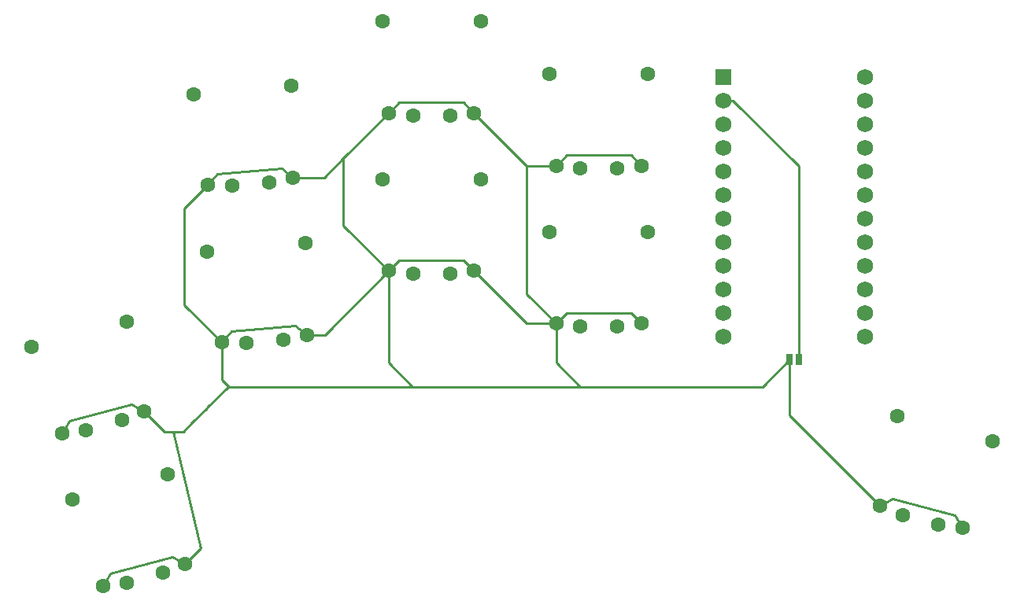
<source format=gbr>
%TF.GenerationSoftware,KiCad,Pcbnew,(5.1.9)-1*%
%TF.CreationDate,2021-06-26T19:40:30+02:00*%
%TF.ProjectId,idiosepius_thailandicus,6964696f-7365-4706-9975-735f74686169,VERSION_HERE*%
%TF.SameCoordinates,Original*%
%TF.FileFunction,Copper,L1,Top*%
%TF.FilePolarity,Positive*%
%FSLAX46Y46*%
G04 Gerber Fmt 4.6, Leading zero omitted, Abs format (unit mm)*
G04 Created by KiCad (PCBNEW (5.1.9)-1) date 2021-06-26 19:40:30*
%MOMM*%
%LPD*%
G01*
G04 APERTURE LIST*
%TA.AperFunction,ComponentPad*%
%ADD10C,1.600000*%
%TD*%
%TA.AperFunction,ComponentPad*%
%ADD11R,1.752600X1.752600*%
%TD*%
%TA.AperFunction,ComponentPad*%
%ADD12C,1.752600*%
%TD*%
%TA.AperFunction,SMDPad,CuDef*%
%ADD13R,0.635000X1.143000*%
%TD*%
%TA.AperFunction,ComponentPad*%
%ADD14C,0.600000*%
%TD*%
%TA.AperFunction,Conductor*%
%ADD15C,0.250000*%
%TD*%
G04 APERTURE END LIST*
D10*
%TO.P,S1,3*%
%TO.N,N/C*%
X18170769Y6073993D03*
%TO.P,S1,4*%
X7931956Y3330511D03*
%TO.P,S1,1*%
%TO.N,GND*%
X11176790Y-5997509D03*
%TO.P,S1,2*%
%TO.N,P10*%
X17610227Y-4584257D03*
%TO.P,S1,1*%
%TO.N,GND*%
X20024670Y-3626726D03*
%TO.P,S1,2*%
%TO.N,P10*%
X13746524Y-5619534D03*
%TD*%
%TO.P,S2,3*%
%TO.N,N/C*%
X13770846Y22494732D03*
%TO.P,S2,4*%
X3532033Y19751250D03*
%TO.P,S2,1*%
%TO.N,GND*%
X6776867Y10423230D03*
%TO.P,S2,2*%
%TO.N,P16*%
X13210304Y11836482D03*
%TO.P,S2,1*%
%TO.N,GND*%
X15624747Y12794013D03*
%TO.P,S2,2*%
%TO.N,P16*%
X9346601Y10801205D03*
%TD*%
%TO.P,S3,3*%
%TO.N,N/C*%
X32955437Y30920037D03*
%TO.P,S3,4*%
X22395773Y29996186D03*
%TO.P,S3,1*%
%TO.N,GND*%
X23971518Y20246421D03*
%TO.P,S3,2*%
%TO.N,P14*%
X30552625Y20521047D03*
%TO.P,S3,1*%
%TO.N,GND*%
X33096661Y21044767D03*
%TO.P,S3,2*%
%TO.N,P14*%
X26567847Y20172424D03*
%TD*%
%TO.P,S4,3*%
%TO.N,N/C*%
X31473789Y47855346D03*
%TO.P,S4,4*%
X20914125Y46931495D03*
%TO.P,S4,1*%
%TO.N,GND*%
X22489870Y37181730D03*
%TO.P,S4,2*%
%TO.N,P15*%
X29070977Y37456356D03*
%TO.P,S4,1*%
%TO.N,GND*%
X31615013Y37980076D03*
%TO.P,S4,2*%
%TO.N,P15*%
X25086199Y37107733D03*
%TD*%
%TO.P,S5,3*%
%TO.N,N/C*%
X51823412Y37777248D03*
%TO.P,S5,4*%
X41223412Y37777248D03*
%TO.P,S5,1*%
%TO.N,GND*%
X41943412Y27927248D03*
%TO.P,S5,2*%
%TO.N,P18*%
X48523412Y27627248D03*
%TO.P,S5,1*%
%TO.N,GND*%
X51103412Y27927248D03*
%TO.P,S5,2*%
%TO.N,P18*%
X44523412Y27627248D03*
%TD*%
%TO.P,S6,3*%
%TO.N,N/C*%
X51823412Y54777248D03*
%TO.P,S6,4*%
X41223412Y54777248D03*
%TO.P,S6,1*%
%TO.N,GND*%
X41943412Y44927248D03*
%TO.P,S6,2*%
%TO.N,P19*%
X48523412Y44627248D03*
%TO.P,S6,1*%
%TO.N,GND*%
X51103412Y44927248D03*
%TO.P,S6,2*%
%TO.N,P19*%
X44523412Y44627248D03*
%TD*%
%TO.P,S7,3*%
%TO.N,N/C*%
X69823413Y32110582D03*
%TO.P,S7,4*%
X59223413Y32110582D03*
%TO.P,S7,1*%
%TO.N,GND*%
X59943413Y22260582D03*
%TO.P,S7,2*%
%TO.N,P20*%
X66523413Y21960582D03*
%TO.P,S7,1*%
%TO.N,GND*%
X69103413Y22260582D03*
%TO.P,S7,2*%
%TO.N,P20*%
X62523413Y21960582D03*
%TD*%
%TO.P,S8,3*%
%TO.N,N/C*%
X69823412Y49110582D03*
%TO.P,S8,4*%
X59223412Y49110582D03*
%TO.P,S8,1*%
%TO.N,GND*%
X59943412Y39260582D03*
%TO.P,S8,2*%
%TO.N,P21*%
X66523412Y38960582D03*
%TO.P,S8,1*%
%TO.N,GND*%
X69103412Y39260582D03*
%TO.P,S8,2*%
%TO.N,P21*%
X62523412Y38960582D03*
%TD*%
%TO.P,S9,3*%
%TO.N,N/C*%
X106872209Y9576988D03*
%TO.P,S9,4*%
X96633396Y12320470D03*
%TO.P,S9,1*%
%TO.N,GND*%
X94779495Y2619751D03*
%TO.P,S9,2*%
%TO.N,P9*%
X101057641Y626943D03*
%TO.P,S9,1*%
%TO.N,GND*%
X103627375Y248968D03*
%TO.P,S9,2*%
%TO.N,P9*%
X97193938Y1662220D03*
%TD*%
D11*
%TO.P,C1,1*%
%TO.N,RAW*%
X77903412Y48830581D03*
D12*
%TO.P,C1,2*%
%TO.N,GND*%
X77903412Y46290581D03*
%TO.P,C1,3*%
%TO.N,RST*%
X77903412Y43750581D03*
%TO.P,C1,4*%
%TO.N,VCC*%
X77903412Y41210581D03*
%TO.P,C1,5*%
%TO.N,P21*%
X77903412Y38670581D03*
%TO.P,C1,6*%
%TO.N,P20*%
X77903412Y36130581D03*
%TO.P,C1,7*%
%TO.N,P19*%
X77903412Y33590581D03*
%TO.P,C1,8*%
%TO.N,P18*%
X77903412Y31050581D03*
%TO.P,C1,9*%
%TO.N,P15*%
X77903412Y28510581D03*
%TO.P,C1,10*%
%TO.N,P14*%
X77903412Y25970581D03*
%TO.P,C1,11*%
%TO.N,P16*%
X77903412Y23430581D03*
%TO.P,C1,12*%
%TO.N,P10*%
X77903412Y20890581D03*
%TO.P,C1,13*%
%TO.N,P1*%
X93143412Y48830581D03*
%TO.P,C1,14*%
%TO.N,P0*%
X93143412Y46290581D03*
%TO.P,C1,15*%
%TO.N,GND*%
X93143412Y43750581D03*
%TO.P,C1,16*%
X93143412Y41210581D03*
%TO.P,C1,17*%
%TO.N,P2*%
X93143412Y38670581D03*
%TO.P,C1,18*%
%TO.N,P3*%
X93143412Y36130581D03*
%TO.P,C1,19*%
%TO.N,P4*%
X93143412Y33590581D03*
%TO.P,C1,20*%
%TO.N,P5*%
X93143412Y31050581D03*
%TO.P,C1,21*%
%TO.N,P6*%
X93143412Y28510581D03*
%TO.P,C1,22*%
%TO.N,P7*%
X93143412Y25970581D03*
%TO.P,C1,23*%
%TO.N,P8*%
X93143412Y23430581D03*
%TO.P,C1,24*%
%TO.N,P9*%
X93143412Y20890581D03*
%TD*%
D13*
%TO.P,J1,1*%
%TO.N,GND*%
X85023032Y18360582D03*
%TO.P,J1,2*%
X86023792Y18360582D03*
%TD*%
D14*
%TO.P,REF\u002A\u002A,1*%
%TO.N,GND*%
X85023412Y18360582D03*
%TD*%
D15*
%TO.N,GND*%
X49988421Y29042238D02*
X51103412Y27927247D01*
X43058403Y29042238D02*
X49988421Y29042238D01*
X41943413Y27927248D02*
X43058403Y29042238D01*
X49988421Y46042239D02*
X51103412Y44927248D01*
X43058402Y46042238D02*
X49988421Y46042239D01*
X41943412Y44927248D02*
X43058402Y46042238D01*
X67988422Y40375572D02*
X69103412Y39260582D01*
X61058402Y40375572D02*
X67988422Y40375572D01*
X59943412Y39260581D02*
X61058402Y40375572D01*
X67988423Y23375572D02*
X69103412Y22260581D01*
X61058402Y23375572D02*
X67988423Y23375572D01*
X59943411Y22260581D02*
X61058402Y23375572D01*
X102838957Y1614547D02*
X103627375Y248970D01*
X96145073Y3408168D02*
X102838957Y1614547D01*
X94779495Y2619751D02*
X96145073Y3408168D01*
X31888736Y22058336D02*
X33096660Y21044767D01*
X24985087Y21454345D02*
X31888736Y22058336D01*
X23971517Y20246420D02*
X24985087Y21454345D01*
X30407088Y38993645D02*
X31615013Y37980075D01*
X23503439Y38389653D02*
X30407088Y38993645D01*
X22489870Y37181729D02*
X23503439Y38389653D01*
X14259169Y13582430D02*
X15624748Y12794013D01*
X7565284Y11788809D02*
X14259169Y13582430D01*
X6776867Y10423230D02*
X7565284Y11788809D01*
X18659092Y-2838310D02*
X20024671Y-3626727D01*
X11965207Y-4631931D02*
X18659092Y-2838310D01*
X11176790Y-5997509D02*
X11965207Y-4631931D01*
X85023032Y12376214D02*
X85023032Y18360582D01*
X94779495Y2619751D02*
X85023032Y12376214D01*
X22360000Y13200000D02*
X24630000Y15470000D01*
X82132450Y15470000D02*
X85023032Y18360582D01*
X22360000Y13190000D02*
X22360000Y13200000D01*
X20024670Y-3626726D02*
X21730334Y-1921062D01*
X15624747Y12794013D02*
X17778760Y10640000D01*
X19810000Y10640000D02*
X20855000Y11685000D01*
X20855000Y11685000D02*
X22360000Y13190000D01*
X20595531Y11425531D02*
X20855000Y11685000D01*
X23971518Y16208482D02*
X24710000Y15470000D01*
X23971518Y20246421D02*
X23971518Y16208482D01*
X24630000Y15470000D02*
X24710000Y15470000D01*
X35060931Y21044767D02*
X41943412Y27927248D01*
X33096661Y21044767D02*
X35060931Y21044767D01*
X56770078Y22260582D02*
X51103412Y27927248D01*
X59943413Y22260582D02*
X56770078Y22260582D01*
X56770078Y39260582D02*
X51103412Y44927248D01*
X59943412Y39260582D02*
X56770078Y39260582D01*
X31615013Y37980076D02*
X34996240Y37980076D01*
X22489870Y37181730D02*
X19960000Y34651860D01*
X19960000Y24257939D02*
X23971518Y20246421D01*
X19960000Y34651860D02*
X19960000Y24257939D01*
X37063082Y32807578D02*
X41943412Y27927248D01*
X37063082Y40046918D02*
X37063082Y32807578D01*
X34996240Y37980076D02*
X37063082Y40046918D01*
X37063082Y40046918D02*
X41943412Y44927248D01*
X56770078Y25433917D02*
X59943413Y22260582D01*
X56770078Y39260582D02*
X56770078Y25433917D01*
X41943412Y18036588D02*
X44510000Y15470000D01*
X41943412Y27927248D02*
X41943412Y18036588D01*
X24710000Y15470000D02*
X44510000Y15470000D01*
X59943413Y18016587D02*
X62490000Y15470000D01*
X59943413Y22260582D02*
X59943413Y18016587D01*
X62490000Y15470000D02*
X82132450Y15470000D01*
X44510000Y15470000D02*
X62490000Y15470000D01*
X78939419Y46290581D02*
X77903412Y46290581D01*
X86023792Y39206208D02*
X78939419Y46290581D01*
X86023792Y18360582D02*
X86023792Y39206208D01*
X21730334Y-1921062D02*
X18730000Y10640000D01*
X18730000Y10640000D02*
X19810000Y10640000D01*
X17778760Y10640000D02*
X18730000Y10640000D01*
%TD*%
M02*

</source>
